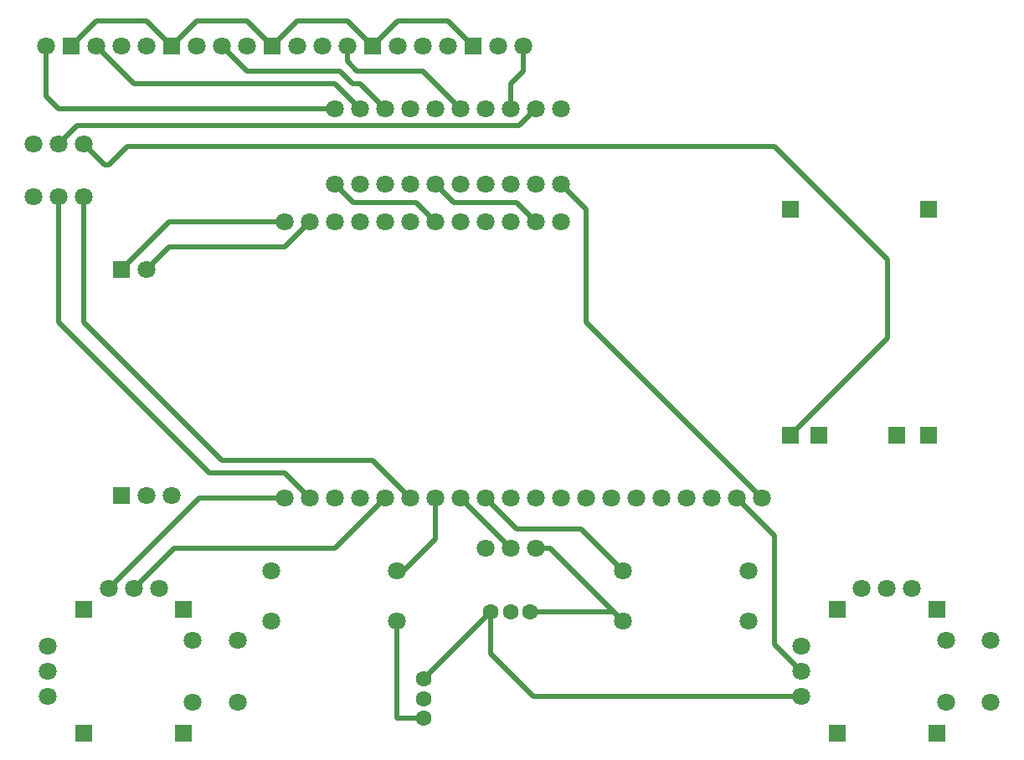
<source format=gtl>
%TF.GenerationSoftware,KiCad,Pcbnew,9.0.0*%
%TF.CreationDate,2025-03-19T00:30:10-07:00*%
%TF.ProjectId,remote,72656d6f-7465-42e6-9b69-6361645f7063,v0.3*%
%TF.SameCoordinates,Original*%
%TF.FileFunction,Copper,L1,Top*%
%TF.FilePolarity,Positive*%
%FSLAX46Y46*%
G04 Gerber Fmt 4.6, Leading zero omitted, Abs format (unit mm)*
G04 Created by KiCad (PCBNEW 9.0.0) date 2025-03-19 00:30:10*
%MOMM*%
%LPD*%
G01*
G04 APERTURE LIST*
%TA.AperFunction,ComponentPad*%
%ADD10C,1.600000*%
%TD*%
%TA.AperFunction,ComponentPad*%
%ADD11C,1.800000*%
%TD*%
%TA.AperFunction,ComponentPad*%
%ADD12R,1.800000X1.800000*%
%TD*%
%TA.AperFunction,Conductor*%
%ADD13C,0.500000*%
%TD*%
%TA.AperFunction,Conductor*%
%ADD14C,0.000000*%
%TD*%
G04 APERTURE END LIST*
D10*
%TO.P,MINI_THUNSTICK1,1,-*%
%TO.N,Net-(BUTTON1-S1_2)*%
X141060000Y-129019000D03*
%TO.P,MINI_THUNSTICK1,2,X*%
%TO.N,Net-(ESP32_UWB1-IO35)*%
X141060000Y-127019000D03*
%TO.P,MINI_THUNSTICK1,3,+*%
%TO.N,Net-(ESP32_UWB1-3V3)*%
X141060000Y-125019000D03*
%TO.P,MINI_THUNSTICK1,4,-*%
%TO.N,Net-(BUTTON1-S1_2)*%
X151860000Y-118219000D03*
%TO.P,MINI_THUNSTICK1,5,Y*%
%TO.N,Net-(ESP32_UWB1-IO25)*%
X149860000Y-118219000D03*
%TO.P,MINI_THUNSTICK1,6,+*%
%TO.N,Net-(ESP32_UWB1-3V3)*%
X147860000Y-118219000D03*
%TD*%
D11*
%TO.P,RGB_LED4,1,R*%
%TO.N,Net-(RGB_LED4-R)*%
X133350000Y-60979000D03*
D12*
%TO.P,RGB_LED4,2,VCC*%
%TO.N,Net-(ESP32_UWB1-3V3)*%
X135890000Y-60979000D03*
D11*
%TO.P,RGB_LED4,3,G*%
%TO.N,Net-(RGB_LED4-G)*%
X138430000Y-60979000D03*
%TO.P,RGB_LED4,4,B*%
%TO.N,unconnected-(RGB_LED4-B-Pad4)*%
X140970000Y-60979000D03*
%TD*%
%TO.P,R8,1*%
%TO.N,Net-(ESP32_UWB1-IO26)*%
X149860000Y-74949000D03*
%TO.P,R8,2*%
%TO.N,Net-(RGB_LED5-B)*%
X149860000Y-67329000D03*
%TD*%
%TO.P,R2,1*%
%TO.N,Net-(ESP32_UWB1-IO16)*%
X134620000Y-74949000D03*
%TO.P,R2,2*%
%TO.N,Net-(RGB_LED1-G)*%
X134620000Y-67329000D03*
%TD*%
D12*
%TO.P,THUMBSTICK1,*%
%TO.N,*%
X192980000Y-130480058D03*
X192980000Y-117980058D03*
X182880000Y-130480058D03*
X182880000Y-117980058D03*
D11*
%TO.P,THUMBSTICK1,1,-*%
%TO.N,unconnected-(THUMBSTICK1---Pad1)*%
X190470000Y-115830058D03*
%TO.P,THUMBSTICK1,2,X*%
%TO.N,unconnected-(THUMBSTICK1-X-Pad2)*%
X187930000Y-115830058D03*
%TO.P,THUMBSTICK1,3,+*%
%TO.N,unconnected-(THUMBSTICK1-+-Pad3)*%
X185390000Y-115830058D03*
%TO.P,THUMBSTICK1,4,-*%
%TO.N,Net-(BUTTON1-S1_2)*%
X179230000Y-121690058D03*
%TO.P,THUMBSTICK1,5,Y*%
%TO.N,Net-(ESP32_UWB1-IO36)*%
X179230000Y-124230058D03*
%TO.P,THUMBSTICK1,6,+*%
%TO.N,Net-(ESP32_UWB1-3V3)*%
X179230000Y-126770058D03*
%TO.P,THUMBSTICK1,7,S1_1*%
%TO.N,unconnected-(THUMBSTICK1-S1_1-Pad7)*%
X193880000Y-127380058D03*
%TO.P,THUMBSTICK1,8,S1_2*%
%TO.N,unconnected-(THUMBSTICK1-S1_2-Pad8)*%
X198430000Y-127380058D03*
%TO.P,THUMBSTICK1,9,S2_1*%
%TO.N,unconnected-(THUMBSTICK1-S2_1-Pad9)*%
X193880000Y-121080058D03*
%TO.P,THUMBSTICK1,10,S2_2*%
%TO.N,unconnected-(THUMBSTICK1-S2_2-Pad10)*%
X198430000Y-121080058D03*
%TD*%
%TO.P,R4,1*%
%TO.N,Net-(ESP32_UWB1-IO21)*%
X139700000Y-74949000D03*
%TO.P,R4,2*%
%TO.N,Net-(RGB_LED3-R)*%
X139700000Y-67329000D03*
%TD*%
%TO.P,R9,1*%
%TO.N,Net-(ESP32_UWB1-IO39)*%
X152400000Y-74949000D03*
%TO.P,R9,2*%
%TO.N,Net-(5V_DC_DC_CONVERTER1-IN_+)*%
X152400000Y-67329000D03*
%TD*%
%TO.P,ESP32_UWB1,1,3V3*%
%TO.N,Net-(ESP32_UWB1-3V3)*%
X127000000Y-106699000D03*
%TO.P,ESP32_UWB1,2,GND*%
%TO.N,Net-(ESP32_UWB1-GND-Pad2)*%
X129540000Y-106699000D03*
%TO.P,ESP32_UWB1,3,RST*%
%TO.N,unconnected-(ESP32_UWB1-RST-Pad3)*%
X132080000Y-106699000D03*
%TO.P,ESP32_UWB1,4,GND*%
%TO.N,Net-(BUTTON1-S1_2)*%
X134620000Y-106699000D03*
%TO.P,ESP32_UWB1,5,IO2*%
%TO.N,Net-(ESP32_UWB1-IO2)*%
X137160000Y-106699000D03*
%TO.P,ESP32_UWB1,6,IO12*%
%TO.N,Net-(ESP32_UWB1-IO12)*%
X139700000Y-106699000D03*
%TO.P,ESP32_UWB1,7,IO13*%
%TO.N,Net-(BUTTON2-S2_1)*%
X142240000Y-106699000D03*
%TO.P,ESP32_UWB1,8,IO14*%
%TO.N,Net-(ESP32_UWB1-IO14)*%
X144780000Y-106699000D03*
%TO.P,ESP32_UWB1,9,IO15*%
%TO.N,Net-(BUTTON1-S1_1)*%
X147320000Y-106699000D03*
%TO.P,ESP32_UWB1,10,IO18*%
%TO.N,unconnected-(ESP32_UWB1-IO18-Pad10)*%
X149860000Y-106699000D03*
%TO.P,ESP32_UWB1,11,IO19*%
%TO.N,unconnected-(ESP32_UWB1-IO19-Pad11)*%
X152400000Y-106699000D03*
%TO.P,ESP32_UWB1,12,IO25*%
%TO.N,Net-(ESP32_UWB1-IO25)*%
X154940000Y-106699000D03*
%TO.P,ESP32_UWB1,13,IO26*%
%TO.N,Net-(ESP32_UWB1-IO26)*%
X157480000Y-106699000D03*
%TO.P,ESP32_UWB1,14,IO27*%
%TO.N,unconnected-(ESP32_UWB1-IO27-Pad14)*%
X160020000Y-106699000D03*
%TO.P,ESP32_UWB1,15,IO32*%
%TO.N,Net-(ESP32_UWB1-IO32)*%
X162560000Y-106699000D03*
%TO.P,ESP32_UWB1,16,IO33*%
%TO.N,Net-(ESP32_UWB1-IO33)*%
X165100000Y-106699000D03*
%TO.P,ESP32_UWB1,17,IO34*%
%TO.N,unconnected-(ESP32_UWB1-IO34-Pad17)*%
X167640000Y-106699000D03*
%TO.P,ESP32_UWB1,18,IO35*%
%TO.N,Net-(ESP32_UWB1-IO35)*%
X170180000Y-106699000D03*
%TO.P,ESP32_UWB1,19,IO36*%
%TO.N,Net-(ESP32_UWB1-IO36)*%
X172720000Y-106699000D03*
%TO.P,ESP32_UWB1,20,IO39*%
%TO.N,Net-(ESP32_UWB1-IO39)*%
X175260000Y-106699000D03*
%TO.P,ESP32_UWB1,21,5V0*%
%TO.N,Net-(5V_DC_DC_CONVERTER1-OUT_+)*%
X127000000Y-78759000D03*
%TO.P,ESP32_UWB1,22,GND*%
%TO.N,Net-(3.7V_BATTERY_CHARGER1-OUT-)*%
X129540000Y-78759000D03*
%TO.P,ESP32_UWB1,23,IO3*%
%TO.N,unconnected-(ESP32_UWB1-IO3-Pad23)*%
X132080000Y-78759000D03*
%TO.P,ESP32_UWB1,24,IO1*%
%TO.N,unconnected-(ESP32_UWB1-IO1-Pad24)*%
X134620000Y-78759000D03*
%TO.P,ESP32_UWB1,25,IO0*%
%TO.N,unconnected-(ESP32_UWB1-IO0-Pad25)*%
X137160000Y-78759000D03*
%TO.P,ESP32_UWB1,26,IO4*%
%TO.N,unconnected-(ESP32_UWB1-IO4-Pad26)*%
X139700000Y-78759000D03*
%TO.P,ESP32_UWB1,27,IO5*%
%TO.N,Net-(ESP32_UWB1-IO5)*%
X142240000Y-78759000D03*
%TO.P,ESP32_UWB1,28,IO16*%
%TO.N,Net-(ESP32_UWB1-IO16)*%
X144780000Y-78759000D03*
%TO.P,ESP32_UWB1,29,IO17*%
%TO.N,Net-(ESP32_UWB1-IO17)*%
X147320000Y-78759000D03*
%TO.P,ESP32_UWB1,30,IO21*%
%TO.N,Net-(ESP32_UWB1-IO21)*%
X149860000Y-78759000D03*
%TO.P,ESP32_UWB1,31,IO22*%
%TO.N,Net-(ESP32_UWB1-IO22)*%
X152400000Y-78759000D03*
%TO.P,ESP32_UWB1,32,IO23*%
%TO.N,unconnected-(ESP32_UWB1-IO23-Pad32)*%
X154940000Y-78759000D03*
%TD*%
%TO.P,ON_OFF_SWITCH1,1*%
%TO.N,unconnected-(ON_OFF_SWITCH1-Pad1)*%
X101600000Y-70890058D03*
%TO.P,ON_OFF_SWITCH1,2*%
%TO.N,Net-(5V_DC_DC_CONVERTER1-IN_+)*%
X104140000Y-70890058D03*
%TO.P,ON_OFF_SWITCH1,3*%
%TO.N,Net-(3.7V_BATTERY_CHARGER1-OUT+)*%
X106680000Y-70890058D03*
%TD*%
%TO.P,R7,1*%
%TO.N,Net-(ESP32_UWB1-IO32)*%
X147320000Y-74949000D03*
%TO.P,R7,2*%
%TO.N,Net-(RGB_LED4-G)*%
X147320000Y-67329000D03*
%TD*%
%TO.P,BUTTON2,1,S1_1*%
%TO.N,unconnected-(BUTTON2-S1_1-Pad1)*%
X125700000Y-114070058D03*
%TO.P,BUTTON2,2,S1_2*%
%TO.N,unconnected-(BUTTON2-S1_2-Pad2)*%
X125700000Y-119150058D03*
%TO.P,BUTTON2,3,S2_1*%
%TO.N,Net-(BUTTON2-S2_1)*%
X138400000Y-114070058D03*
%TO.P,BUTTON2,4,S2_2*%
%TO.N,Net-(BUTTON1-S1_2)*%
X138400000Y-119150058D03*
%TD*%
%TO.P,RGB_LED1,1,R*%
%TO.N,Net-(RGB_LED1-R)*%
X102870000Y-60979000D03*
D12*
%TO.P,RGB_LED1,2,VCC*%
%TO.N,Net-(ESP32_UWB1-3V3)*%
X105410000Y-60979000D03*
D11*
%TO.P,RGB_LED1,3,G*%
%TO.N,Net-(RGB_LED1-G)*%
X107950000Y-60979000D03*
%TO.P,RGB_LED1,4,B*%
%TO.N,unconnected-(RGB_LED1-B-Pad4)*%
X110490000Y-60979000D03*
%TD*%
%TO.P,R1,1*%
%TO.N,Net-(ESP32_UWB1-IO5)*%
X132080000Y-74949000D03*
%TO.P,R1,2*%
%TO.N,Net-(RGB_LED1-R)*%
X132080000Y-67329000D03*
%TD*%
D12*
%TO.P,THUMBSTICK2,*%
%TO.N,*%
X116810000Y-130480058D03*
X116810000Y-117980058D03*
X106710000Y-130480058D03*
X106710000Y-117980058D03*
D11*
%TO.P,THUMBSTICK2,1,-*%
%TO.N,Net-(BUTTON1-S1_2)*%
X114300000Y-115830058D03*
%TO.P,THUMBSTICK2,2,X*%
%TO.N,Net-(ESP32_UWB1-IO2)*%
X111760000Y-115830058D03*
%TO.P,THUMBSTICK2,3,+*%
%TO.N,Net-(ESP32_UWB1-3V3)*%
X109220000Y-115830058D03*
%TO.P,THUMBSTICK2,4,-*%
%TO.N,unconnected-(THUMBSTICK2---Pad4)*%
X103060000Y-121690058D03*
%TO.P,THUMBSTICK2,5,Y*%
%TO.N,unconnected-(THUMBSTICK2-Y-Pad5)*%
X103060000Y-124230058D03*
%TO.P,THUMBSTICK2,6,+*%
%TO.N,unconnected-(THUMBSTICK2-+-Pad6)*%
X103060000Y-126770058D03*
%TO.P,THUMBSTICK2,7,S1_1*%
%TO.N,unconnected-(THUMBSTICK2-S1_1-Pad7)*%
X117710000Y-127380058D03*
%TO.P,THUMBSTICK2,8,S1_2*%
%TO.N,unconnected-(THUMBSTICK2-S1_2-Pad8)*%
X122260000Y-127380058D03*
%TO.P,THUMBSTICK2,9,S2_1*%
%TO.N,unconnected-(THUMBSTICK2-S2_1-Pad9)*%
X117710000Y-121080058D03*
%TO.P,THUMBSTICK2,10,S2_2*%
%TO.N,unconnected-(THUMBSTICK2-S2_2-Pad10)*%
X122260000Y-121080058D03*
%TD*%
D12*
%TO.P,5V_DC_DC_CONVERTER1,1,IN_+*%
%TO.N,Net-(5V_DC_DC_CONVERTER1-IN_+)*%
X110490000Y-106450058D03*
D11*
%TO.P,5V_DC_DC_CONVERTER1,2,CTL*%
%TO.N,unconnected-(5V_DC_DC_CONVERTER1-CTL-Pad2)*%
X113030000Y-106450058D03*
%TO.P,5V_DC_DC_CONVERTER1,3,IN_-*%
%TO.N,Net-(3.7V_BATTERY_CHARGER1-OUT-)*%
X115570000Y-106450058D03*
D12*
%TO.P,5V_DC_DC_CONVERTER1,4,OUT_+*%
%TO.N,Net-(5V_DC_DC_CONVERTER1-OUT_+)*%
X110490000Y-83590058D03*
D11*
%TO.P,5V_DC_DC_CONVERTER1,5,OUT_-*%
%TO.N,Net-(3.7V_BATTERY_CHARGER1-OUT-)*%
X113030000Y-83590058D03*
%TD*%
%TO.P,BUTTON1,1,S1_1*%
%TO.N,Net-(BUTTON1-S1_1)*%
X161260000Y-114070058D03*
%TO.P,BUTTON1,2,S1_2*%
%TO.N,Net-(BUTTON1-S1_2)*%
X161260000Y-119150058D03*
%TO.P,BUTTON1,3,S2_1*%
%TO.N,unconnected-(BUTTON1-S2_1-Pad3)*%
X173960000Y-114070058D03*
%TO.P,BUTTON1,4,S2_2*%
%TO.N,unconnected-(BUTTON1-S2_2-Pad4)*%
X173960000Y-119150058D03*
%TD*%
%TO.P,RGB_LED2,1,R*%
%TO.N,unconnected-(RGB_LED2-R-Pad1)*%
X113030000Y-60979000D03*
D12*
%TO.P,RGB_LED2,2,VCC*%
%TO.N,Net-(ESP32_UWB1-3V3)*%
X115570000Y-60979000D03*
D11*
%TO.P,RGB_LED2,3,G*%
%TO.N,unconnected-(RGB_LED2-G-Pad3)*%
X118110000Y-60979000D03*
%TO.P,RGB_LED2,4,B*%
%TO.N,Net-(RGB_LED2-B)*%
X120650000Y-60979000D03*
%TD*%
%TO.P,R6,1*%
%TO.N,Net-(ESP32_UWB1-IO33)*%
X144780000Y-74949000D03*
%TO.P,R6,2*%
%TO.N,Net-(RGB_LED4-R)*%
X144780000Y-67329000D03*
%TD*%
%TO.P,R10,1*%
%TO.N,Net-(ESP32_UWB1-IO39)*%
X154940000Y-74949000D03*
%TO.P,R10,2*%
%TO.N,Net-(3.7V_BATTERY_CHARGER1-OUT-)*%
X154940000Y-67329000D03*
%TD*%
%TO.P,RGB_LED3,1,R*%
%TO.N,Net-(RGB_LED3-R)*%
X123190000Y-60979000D03*
D12*
%TO.P,RGB_LED3,2,VCC*%
%TO.N,Net-(ESP32_UWB1-3V3)*%
X125730000Y-60979000D03*
D11*
%TO.P,RGB_LED3,3,G*%
%TO.N,Net-(RGB_LED3-G)*%
X128270000Y-60979000D03*
%TO.P,RGB_LED3,4,B*%
%TO.N,unconnected-(RGB_LED3-B-Pad4)*%
X130810000Y-60979000D03*
%TD*%
%TO.P,LOCK_SWITCH1,1*%
%TO.N,unconnected-(LOCK_SWITCH1-Pad1)*%
X147320000Y-111779000D03*
%TO.P,LOCK_SWITCH1,2*%
%TO.N,Net-(ESP32_UWB1-IO14)*%
X149860000Y-111779000D03*
%TO.P,LOCK_SWITCH1,3*%
%TO.N,Net-(BUTTON1-S1_2)*%
X152400000Y-111779000D03*
%TD*%
%TO.P,R3,1*%
%TO.N,Net-(ESP32_UWB1-IO17)*%
X137160000Y-74949000D03*
%TO.P,R3,2*%
%TO.N,Net-(RGB_LED2-B)*%
X137160000Y-67329000D03*
%TD*%
%TO.P,UWB_SELECTOR1,1*%
%TO.N,unconnected-(UWB_SELECTOR1-Pad1)*%
X101600000Y-76200000D03*
%TO.P,UWB_SELECTOR1,2*%
%TO.N,Net-(ESP32_UWB1-GND-Pad2)*%
X104140000Y-76200000D03*
%TO.P,UWB_SELECTOR1,3*%
%TO.N,Net-(ESP32_UWB1-IO12)*%
X106680000Y-76200000D03*
%TD*%
%TO.P,R5,1*%
%TO.N,Net-(ESP32_UWB1-IO22)*%
X142240000Y-74949000D03*
%TO.P,R5,2*%
%TO.N,Net-(RGB_LED3-G)*%
X142240000Y-67329000D03*
%TD*%
%TO.P,RGB_LED5,1,R*%
%TO.N,unconnected-(RGB_LED5-R-Pad1)*%
X143510000Y-60979000D03*
D12*
%TO.P,RGB_LED5,2,VCC*%
%TO.N,Net-(ESP32_UWB1-3V3)*%
X146050000Y-60979000D03*
D11*
%TO.P,RGB_LED5,3,G*%
%TO.N,unconnected-(RGB_LED5-G-Pad3)*%
X148590000Y-60979000D03*
%TO.P,RGB_LED5,4,B*%
%TO.N,Net-(RGB_LED5-B)*%
X151130000Y-60979000D03*
%TD*%
D12*
%TO.P,3.7V_BATTERY_CHARGER1,1,+*%
%TO.N,unconnected-(3.7V_BATTERY_CHARGER1-+-Pad1)*%
X178175000Y-77470000D03*
%TO.P,3.7V_BATTERY_CHARGER1,2,-*%
%TO.N,unconnected-(3.7V_BATTERY_CHARGER1---Pad2)*%
X192145000Y-77470000D03*
%TO.P,3.7V_BATTERY_CHARGER1,3,OUT+*%
%TO.N,Net-(3.7V_BATTERY_CHARGER1-OUT+)*%
X178175000Y-100330000D03*
%TO.P,3.7V_BATTERY_CHARGER1,4,B+*%
%TO.N,unconnected-(3.7V_BATTERY_CHARGER1-B+-Pad4)*%
X181075000Y-100330000D03*
%TO.P,3.7V_BATTERY_CHARGER1,5,B-*%
%TO.N,unconnected-(3.7V_BATTERY_CHARGER1-B--Pad5)*%
X188945000Y-100330000D03*
%TO.P,3.7V_BATTERY_CHARGER1,6,OUT-*%
%TO.N,Net-(3.7V_BATTERY_CHARGER1-OUT-)*%
X192145000Y-100330000D03*
%TD*%
D13*
%TO.N,Net-(ESP32_UWB1-3V3)*%
X147860000Y-118219000D02*
X147860000Y-122460000D01*
X147860000Y-122460000D02*
X152170058Y-126770058D01*
X152170058Y-126770058D02*
X179230000Y-126770058D01*
%TO.N,Net-(3.7V_BATTERY_CHARGER1-OUT+)*%
X187960000Y-82550000D02*
X176530000Y-71120000D01*
X178175000Y-100330000D02*
X187960000Y-90545000D01*
X176530000Y-71120000D02*
X111125000Y-71120000D01*
X109220000Y-73025000D02*
X108814942Y-73025000D01*
X111125000Y-71120000D02*
X109220000Y-73025000D01*
X108814942Y-73025000D02*
X106680000Y-70890058D01*
X187960000Y-90545000D02*
X187960000Y-82550000D01*
%TO.N,Net-(3.7V_BATTERY_CHARGER1-OUT-)*%
X115340058Y-81280000D02*
X127019000Y-81280000D01*
X127019000Y-81280000D02*
X129540000Y-78759000D01*
X113030000Y-83590058D02*
X115340058Y-81280000D01*
%TO.N,Net-(5V_DC_DC_CONVERTER1-OUT_+)*%
X115321058Y-78759000D02*
X127000000Y-78759000D01*
X110490000Y-83590058D02*
X115321058Y-78759000D01*
%TO.N,Net-(5V_DC_DC_CONVERTER1-IN_+)*%
X150729000Y-69000000D02*
X152400000Y-67329000D01*
X104140000Y-70890058D02*
X106030058Y-69000000D01*
X106030058Y-69000000D02*
X150729000Y-69000000D01*
%TO.N,Net-(ESP32_UWB1-3V3)*%
X113030000Y-58439000D02*
X107950000Y-58439000D01*
X135890000Y-60979000D02*
X133350000Y-58439000D01*
X118351058Y-106699000D02*
X109220000Y-115830058D01*
X107950000Y-58439000D02*
X105410000Y-60979000D01*
X138430000Y-58439000D02*
X143510000Y-58439000D01*
X128270000Y-58439000D02*
X125730000Y-60979000D01*
X141060000Y-125019000D02*
X147860000Y-118219000D01*
X123171000Y-58420000D02*
X125730000Y-60979000D01*
X135890000Y-60979000D02*
X138430000Y-58439000D01*
X115570000Y-60979000D02*
X113030000Y-58439000D01*
X133350000Y-58439000D02*
X128270000Y-58439000D01*
X143510000Y-58439000D02*
X146050000Y-60979000D01*
X127000000Y-106699000D02*
X118351058Y-106699000D01*
X118129000Y-58420000D02*
X123171000Y-58420000D01*
X115570000Y-60979000D02*
X118129000Y-58420000D01*
%TO.N,Net-(ESP32_UWB1-IO39)*%
X157480000Y-77489000D02*
X154940000Y-74949000D01*
X157480000Y-88919000D02*
X157480000Y-77489000D01*
X175260000Y-106699000D02*
X157480000Y-88919000D01*
%TO.N,Net-(RGB_LED1-R)*%
X104159000Y-67329000D02*
X132080000Y-67329000D01*
X102870000Y-60979000D02*
X102870000Y-66040000D01*
X102870000Y-66040000D02*
X104159000Y-67329000D01*
%TO.N,Net-(RGB_LED1-G)*%
X134620000Y-67329000D02*
X132061000Y-64770000D01*
X134620000Y-67328999D02*
X134620000Y-67329000D01*
X132061000Y-64770000D02*
X111741000Y-64770000D01*
X111741000Y-64770000D02*
X107950000Y-60979000D01*
%TO.N,Net-(ESP32_UWB1-IO5)*%
X140335000Y-76854000D02*
X133985000Y-76854000D01*
X133985000Y-76854000D02*
X132080000Y-74949000D01*
X142240000Y-78759000D02*
X140335000Y-76854000D01*
%TO.N,Net-(RGB_LED2-B)*%
X133850000Y-64770000D02*
X134601000Y-64770000D01*
X132580000Y-63500000D02*
X133850000Y-64770000D01*
X134601000Y-64770000D02*
X137160000Y-67329000D01*
X132580000Y-63500000D02*
X123171000Y-63500000D01*
X123171000Y-63500000D02*
X120650000Y-60979000D01*
%TO.N,Net-(ESP32_UWB1-IO22)*%
X144145000Y-76854000D02*
X150495000Y-76854000D01*
X152400000Y-78759000D02*
X150495000Y-76854000D01*
X142240000Y-74949000D02*
X144145000Y-76854000D01*
D14*
X152400000Y-78759000D02*
X152400000Y-78740000D01*
D13*
%TO.N,Net-(ESP32_UWB1-IO12)*%
X139700000Y-106699000D02*
X135871000Y-102870000D01*
X106680000Y-76200000D02*
X106680000Y-88900000D01*
X135871000Y-102870000D02*
X120650000Y-102870000D01*
X120650000Y-102870000D02*
X106680000Y-88900000D01*
%TO.N,Net-(ESP32_UWB1-GND-Pad2)*%
X129540000Y-106699000D02*
X126981000Y-104140000D01*
X119380000Y-104140000D02*
X104140000Y-88900000D01*
X104140000Y-76200000D02*
X104140000Y-88900000D01*
X126981000Y-104140000D02*
X119380000Y-104140000D01*
%TO.N,Net-(BUTTON2-S2_1)*%
X142240000Y-110894908D02*
X142240000Y-106699000D01*
X138400000Y-114070058D02*
X139064850Y-114070058D01*
X139064850Y-114070058D02*
X142240000Y-110894908D01*
%TO.N,Net-(ESP32_UWB1-IO14)*%
X144780000Y-106699000D02*
X149860000Y-111779000D01*
%TO.N,Net-(ESP32_UWB1-IO36)*%
X172720000Y-106699000D02*
X176540000Y-110519000D01*
X176540000Y-121540058D02*
X176540000Y-110519000D01*
X179230000Y-124230058D02*
X176540000Y-121540058D01*
%TO.N,Net-(ESP32_UWB1-IO2)*%
X115811058Y-111779000D02*
X132080000Y-111779000D01*
X132080000Y-111779000D02*
X137160000Y-106699000D01*
X111760000Y-115830058D02*
X115811058Y-111779000D01*
%TO.N,Net-(RGB_LED4-R)*%
X144780000Y-67329000D02*
X140970000Y-63519000D01*
X134341364Y-63519000D02*
X133350000Y-62527636D01*
X140970000Y-63519000D02*
X134341364Y-63519000D01*
X133350000Y-62527636D02*
X133350000Y-60979000D01*
%TO.N,Net-(RGB_LED5-B)*%
X151130000Y-60979000D02*
X151130000Y-63500000D01*
X149860000Y-64770000D02*
X149860000Y-67329000D01*
X151130000Y-63500000D02*
X149860000Y-64770000D01*
%TO.N,Net-(BUTTON1-S1_2)*%
X153888942Y-111779000D02*
X161260000Y-119150058D01*
X138400000Y-129019000D02*
X138400000Y-119150058D01*
X152400000Y-111779000D02*
X153888942Y-111779000D01*
X160328942Y-118219000D02*
X161260000Y-119150058D01*
X141060000Y-129019000D02*
X138400000Y-129019000D01*
X151860000Y-118219000D02*
X160328942Y-118219000D01*
%TO.N,Net-(BUTTON1-S1_1)*%
X150451000Y-109830000D02*
X157019942Y-109830000D01*
X147320000Y-106699000D02*
X150451000Y-109830000D01*
X157019942Y-109830000D02*
X161260000Y-114070058D01*
%TD*%
M02*

</source>
